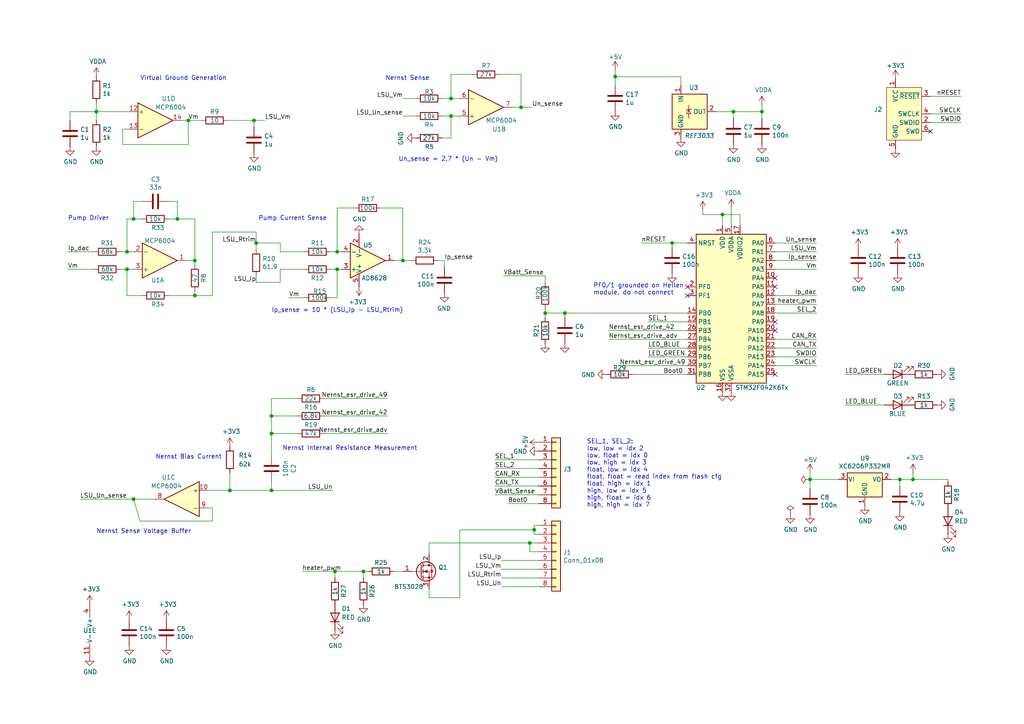
<source format=kicad_sch>
(kicad_sch (version 20211123) (generator eeschema)
  (paper "A4")
  (lib_symbols
    (symbol "Amplifier_Operational:AD8603" (pin_names (offset 0.127))
      (property "Reference" "U" (at 0 5.08 0))
      (property "Value" "AD8603" (at 0 -5.08 0))
      (symbol "AD8603_0_1"
        (pin power_in line (at -2.54 -7.62 90) (length 3.81) (name "V-") (number "2"))
        (pin power_in line (at -2.54 7.62 270) (length 3.81) (name "V+") (number "5"))
      )
      (symbol "AD8603_1_1"
        (pin output line (at 7.62 0 180) (length 2.54) (name "~") (number "1"))
        (pin input line (at -7.62 2.54 0) (length 2.54) (name "+") (number "3"))
        (pin input line (at -7.62 -2.54 0) (length 2.54) (name "-") (number "4"))
      )
    )
    (symbol "Amplifier_Operational:MCP6004" (pin_names (offset 0.127))
      (property "Reference" "U" (at 0 5.08 0))
      (property "Value" "MCP6004" (at 0 -5.08 0))
      (symbol "MCP6004_1_1"
        (pin output line (at 7.62 0 180) (length 2.54) (name "~") (number "1"))
        (pin input line (at -7.62 -2.54 0) (length 2.54) (name "-") (number "2"))
        (pin input line (at -7.62 2.54 0) (length 2.54) (name "+") (number "3"))
      )
      (symbol "MCP6004_2_1"
        (pin input line (at -7.62 2.54 0) (length 2.54) (name "+") (number "5"))
        (pin input line (at -7.62 -2.54 0) (length 2.54) (name "-") (number "6"))
        (pin output line (at 7.62 0 180) (length 2.54) (name "~") (number "7"))
      )
      (symbol "MCP6004_3_1"
        (pin input line (at -7.62 2.54 0) (length 2.54) (name "+") (number "10"))
        (pin output line (at 7.62 0 180) (length 2.54) (name "~") (number "8"))
        (pin input line (at -7.62 -2.54 0) (length 2.54) (name "-") (number "9"))
      )
      (symbol "MCP6004_4_1"
        (pin input line (at -7.62 2.54 0) (length 2.54) (name "+") (number "12"))
        (pin input line (at -7.62 -2.54 0) (length 2.54) (name "-") (number "13"))
        (pin output line (at 7.62 0 180) (length 2.54) (name "~") (number "14"))
      )
      (symbol "MCP6004_5_1"
        (pin power_in line (at -2.54 -7.62 90) (length 3.81) (name "V-") (number "11"))
        (pin power_in line (at -2.54 7.62 270) (length 3.81) (name "V+") (number "4"))
      )
    )
    (symbol "Connector:Conn_ARM_SWD_TagConnect_TC2030" (in_bom no)
      (property "Reference" "J" (at 2.54 11.43 0))
      (property "Value" "Conn_ARM_SWD_TagConnect_TC2030" (at 5.08 8.89 0))
      (symbol "Conn_ARM_SWD_TagConnect_TC2030_0_0"
        (pin power_in line (at -2.54 10.16 270) (length 2.54) (name "VCC") (number "1"))
        (pin bidirectional line (at 7.62 -2.54 180) (length 2.54) (name "SWDIO") (number "2"))
        (pin open_collector line (at 7.62 5.08 180) (length 2.54) (name "~{RESET}") (number "3"))
        (pin output line (at 7.62 0 180) (length 2.54) (name "SWCLK") (number "4"))
        (pin power_in line (at -2.54 -10.16 90) (length 2.54) (name "GND") (number "5"))
        (pin input line (at 7.62 -5.08 180) (length 2.54) (name "SWO") (number "6"))
      )
    )
    (symbol "Connector_Generic:Conn_01x08" (pin_names (offset 1.016) hide)
      (property "Reference" "J" (at 0 10.16 0))
      (property "Value" "Conn_01x08" (at 0 -12.7 0))
      (symbol "Conn_01x08_1_1"
        (pin passive line (at -5.08 7.62 0) (length 3.81) (name "Pin_1") (number "1"))
        (pin passive line (at -5.08 5.08 0) (length 3.81) (name "Pin_2") (number "2"))
        (pin passive line (at -5.08 2.54 0) (length 3.81) (name "Pin_3") (number "3"))
        (pin passive line (at -5.08 0 0) (length 3.81) (name "Pin_4") (number "4"))
        (pin passive line (at -5.08 -2.54 0) (length 3.81) (name "Pin_5") (number "5"))
        (pin passive line (at -5.08 -5.08 0) (length 3.81) (name "Pin_6") (number "6"))
        (pin passive line (at -5.08 -7.62 0) (length 3.81) (name "Pin_7") (number "7"))
        (pin passive line (at -5.08 -10.16 0) (length 3.81) (name "Pin_8") (number "8"))
      )
    )
    (symbol "Device:C" (pin_numbers hide) (pin_names (offset 0.254))
      (property "Reference" "C" (at 0.635 2.54 0))
      (property "Value" "C" (at 0.635 -2.54 0))
      (symbol "C_1_1"
        (pin passive line (at 0 3.81 270) (length 2.794) (name "~") (number "1"))
        (pin passive line (at 0 -3.81 90) (length 2.794) (name "~") (number "2"))
      )
    )
    (symbol "Device:LED" (pin_numbers hide) (pin_names (offset 1.016) hide)
      (property "Reference" "D" (at 0 2.54 0))
      (property "Value" "LED" (at 0 -2.54 0))
      (symbol "LED_1_1"
        (pin passive line (at -3.81 0 0) (length 2.54) (name "K") (number "1"))
        (pin passive line (at 3.81 0 180) (length 2.54) (name "A") (number "2"))
      )
    )
    (symbol "Device:Q_NMOS_GDS" (pin_names (offset 0) hide)
      (property "Reference" "Q" (at 5.08 1.27 0))
      (property "Value" "Q_NMOS_GDS" (at 5.08 -1.27 0))
      (symbol "Q_NMOS_GDS_1_1"
        (pin input line (at -5.08 0 0) (length 2.54) (name "G") (number "1"))
        (pin passive line (at 2.54 5.08 270) (length 2.54) (name "D") (number "2"))
        (pin passive line (at 2.54 -5.08 90) (length 2.54) (name "S") (number "3"))
      )
    )
    (symbol "Device:R" (pin_numbers hide) (pin_names (offset 0))
      (property "Reference" "R" (at 2.032 0 90))
      (property "Value" "R" (at 0 0 90))
      (symbol "R_1_1"
        (pin passive line (at 0 3.81 270) (length 1.27) (name "~") (number "1"))
        (pin passive line (at 0 -3.81 90) (length 1.27) (name "~") (number "2"))
      )
    )
    (symbol "MCU_ST_STM32F0:STM32F042K6Tx"
      (property "Reference" "U" (at -10.16 21.59 0))
      (property "Value" "STM32F042K6Tx" (at 5.08 21.59 0))
      (symbol "STM32F042K6Tx_1_1"
        (pin power_in line (at -2.54 22.86 270) (length 2.54) (name "VDD") (number "1"))
        (pin bidirectional line (at 12.7 7.62 180) (length 2.54) (name "PA4") (number "10"))
        (pin bidirectional line (at 12.7 5.08 180) (length 2.54) (name "PA5") (number "11"))
        (pin bidirectional line (at 12.7 2.54 180) (length 2.54) (name "PA6") (number "12"))
        (pin bidirectional line (at 12.7 0 180) (length 2.54) (name "PA7") (number "13"))
        (pin bidirectional line (at -12.7 -2.54 0) (length 2.54) (name "PB0") (number "14"))
        (pin bidirectional line (at -12.7 -5.08 0) (length 2.54) (name "PB1") (number "15"))
        (pin power_in line (at -2.54 -25.4 90) (length 2.54) (name "VSS") (number "16"))
        (pin power_in line (at 2.54 22.86 270) (length 2.54) (name "VDDIO2") (number "17"))
        (pin bidirectional line (at 12.7 -2.54 180) (length 2.54) (name "PA8") (number "18"))
        (pin bidirectional line (at 12.7 -5.08 180) (length 2.54) (name "PA9") (number "19"))
        (pin input line (at -12.7 5.08 0) (length 2.54) (name "PF0") (number "2"))
        (pin bidirectional line (at 12.7 -7.62 180) (length 2.54) (name "PA10") (number "20"))
        (pin bidirectional line (at 12.7 -10.16 180) (length 2.54) (name "PA11") (number "21"))
        (pin bidirectional line (at 12.7 -12.7 180) (length 2.54) (name "PA12") (number "22"))
        (pin bidirectional line (at 12.7 -15.24 180) (length 2.54) (name "PA13") (number "23"))
        (pin bidirectional line (at 12.7 -17.78 180) (length 2.54) (name "PA14") (number "24"))
        (pin bidirectional line (at 12.7 -20.32 180) (length 2.54) (name "PA15") (number "25"))
        (pin bidirectional line (at -12.7 -7.62 0) (length 2.54) (name "PB3") (number "26"))
        (pin bidirectional line (at -12.7 -10.16 0) (length 2.54) (name "PB4") (number "27"))
        (pin bidirectional line (at -12.7 -12.7 0) (length 2.54) (name "PB5") (number "28"))
        (pin bidirectional line (at -12.7 -15.24 0) (length 2.54) (name "PB6") (number "29"))
        (pin input line (at -12.7 2.54 0) (length 2.54) (name "PF1") (number "3"))
        (pin bidirectional line (at -12.7 -17.78 0) (length 2.54) (name "PB7") (number "30"))
        (pin bidirectional line (at -12.7 -20.32 0) (length 2.54) (name "PB8") (number "31"))
        (pin power_in line (at 0 -25.4 90) (length 2.54) (name "VSSA") (number "32"))
        (pin input line (at -12.7 17.78 0) (length 2.54) (name "NRST") (number "4"))
        (pin power_in line (at 0 22.86 270) (length 2.54) (name "VDDA") (number "5"))
        (pin bidirectional line (at 12.7 17.78 180) (length 2.54) (name "PA0") (number "6"))
        (pin bidirectional line (at 12.7 15.24 180) (length 2.54) (name "PA1") (number "7"))
        (pin bidirectional line (at 12.7 12.7 180) (length 2.54) (name "PA2") (number "8"))
        (pin bidirectional line (at 12.7 10.16 180) (length 2.54) (name "PA3") (number "9"))
      )
    )
    (symbol "Reference_Voltage:REF3033" (pin_names (offset 0.254))
      (property "Reference" "U" (at 0 6.35 0))
      (property "Value" "REF3033" (at 2.54 -6.35 0))
      (symbol "REF3033_1_1"
        (pin power_in line (at -2.54 7.62 270) (length 2.54) (name "IN") (number "1"))
        (pin power_out line (at 7.62 0 180) (length 2.54) (name "OUT") (number "2"))
        (pin power_in line (at -2.54 -7.62 90) (length 2.54) (name "GND") (number "3"))
      )
    )
    (symbol "Regulator_Linear:XC6206PxxxMR" (pin_names (offset 0.254))
      (property "Reference" "U" (at -3.81 3.175 0))
      (property "Value" "XC6206PxxxMR" (at 0 3.175 0))
      (symbol "XC6206PxxxMR_1_1"
        (pin power_in line (at 0 -7.62 90) (length 2.54) (name "GND") (number "1"))
        (pin power_out line (at 7.62 0 180) (length 2.54) (name "VO") (number "2"))
        (pin power_in line (at -7.62 0 0) (length 2.54) (name "VI") (number "3"))
      )
    )
    (symbol "power:+5V" (power) (pin_names (offset 0))
      (property "Value" "+5V" (at 0 3.556 0))
      (symbol "+5V_1_1"
        (pin power_in line (at 0 0 90) (length 0) hide (name "+5V") (number "1"))
      )
    )
    (symbol "power:GND" (power) (pin_names (offset 0))
      (property "Value" "GND" (at 0 -3.81 0))
      (symbol "GND_1_1"
        (pin power_in line (at 0 0 270) (length 0) hide (name "GND") (number "1"))
      )
    )
    (symbol "power:PWR_FLAG" (power) (pin_numbers hide) (pin_names (offset 0) hide)
      (property "Value" "PWR_FLAG" (at 0 3.81 0))
      (symbol "PWR_FLAG_0_0"
        (pin power_out line (at 0 0 90) (length 0) (name "pwr") (number "1"))
      )
    )
    (symbol "power:VDDA" (power) (pin_names (offset 0))
      (property "Value" "VDDA" (at 0 3.81 0))
      (symbol "VDDA_1_1"
        (pin power_in line (at 0 0 90) (length 0) hide (name "VDDA") (number "1"))
      )
    )
    (symbol "wideband_controller-rescue:+3.3V-power" (power) (pin_names (offset 0))
      (property "Value" "+3.3V-power" (at 0 3.556 0))
      (symbol "+3.3V-power_1_1"
        (pin power_in line (at 0 0 90) (length 0) hide (name "+3V3") (number "1"))
      )
    )
  )
  (junction (at 54.61 34.925))
  (junction (at 154.94 153.67))
  (junction (at 66.675 142.24))
  (junction (at 56.515 85.725))
  (junction (at 194.945 70.485))
  (junction (at 260.985 139.065))
  (junction (at 38.735 63.5))
  (junction (at 178.435 22.225))
  (junction (at 130.81 28.575))
  (junction (at 73.66 34.925))
  (junction (at 151.13 31.115))
  (junction (at 264.795 139.065))
  (junction (at 38.735 144.78))
  (junction (at 78.74 142.24))
  (junction (at 74.295 70.485))
  (junction (at 212.725 32.385))
  (junction (at 116.84 75.565))
  (junction (at 56.515 75.565))
  (junction (at 130.81 33.655))
  (junction (at 36.83 78.105))
  (junction (at 163.83 90.805))
  (junction (at 220.98 32.385))
  (junction (at 153.67 157.48))
  (junction (at 105.41 165.735))
  (junction (at 234.95 139.065))
  (junction (at 36.83 73.025))
  (junction (at 97.79 73.025))
  (junction (at 78.74 125.73))
  (junction (at 51.435 63.5))
  (junction (at 97.155 165.735))
  (junction (at 27.94 32.385))
  (junction (at 209.55 62.23))
  (junction (at 158.115 90.805))
  (junction (at 97.79 78.105))
  (junction (at 78.74 120.65))
  (no_connect (at 224.79 93.345))
  (no_connect (at 224.79 83.185))
  (no_connect (at 224.79 80.645))
  (no_connect (at 199.39 85.725))
  (no_connect (at 269.875 38.1))
  (no_connect (at 199.39 83.185))
  (no_connect (at 224.79 108.585))
  (no_connect (at 224.79 95.885))
  (wire (pts (xy 245.11 108.585) (xy 256.54 108.585)))
  (wire (pts (xy 128.905 75.565) (xy 127 75.565)))
  (wire (pts (xy 34.925 78.105) (xy 36.83 78.105)))
  (wire (pts (xy 179.705 106.045) (xy 199.39 106.045)))
  (wire (pts (xy 61.595 147.32) (xy 60.325 147.32)))
  (wire (pts (xy 264.795 139.065) (xy 274.955 139.065)))
  (wire (pts (xy 146.05 80.01) (xy 158.115 80.01)))
  (wire (pts (xy 116.84 33.655) (xy 120.65 33.655)))
  (wire (pts (xy 78.74 120.65) (xy 86.36 120.65)))
  (wire (pts (xy 116.84 165.735) (xy 114.3 165.735)))
  (wire (pts (xy 176.53 98.425) (xy 199.39 98.425)))
  (wire (pts (xy 37.465 37.465) (xy 35.56 37.465)))
  (wire (pts (xy 19.685 78.105) (xy 27.305 78.105)))
  (wire (pts (xy 95.885 73.025) (xy 97.79 73.025)))
  (wire (pts (xy 224.79 70.485) (xy 236.855 70.485)))
  (wire (pts (xy 110.49 60.325) (xy 116.84 60.325)))
  (wire (pts (xy 163.83 90.805) (xy 199.39 90.805)))
  (wire (pts (xy 178.435 22.225) (xy 178.435 20.32)))
  (wire (pts (xy 66.675 142.24) (xy 78.74 142.24)))
  (wire (pts (xy 130.81 40.005) (xy 130.81 33.655)))
  (wire (pts (xy 144.78 21.59) (xy 151.13 21.59)))
  (wire (pts (xy 38.735 144.78) (xy 40.64 151.13)))
  (wire (pts (xy 78.74 142.24) (xy 78.74 139.7)))
  (wire (pts (xy 97.155 167.64) (xy 97.155 165.735)))
  (wire (pts (xy 154.305 31.115) (xy 151.13 31.115)))
  (wire (pts (xy 81.28 81.915) (xy 74.295 81.915)))
  (wire (pts (xy 35.56 41.91) (xy 54.61 41.91)))
  (wire (pts (xy 158.115 90.805) (xy 158.115 92.075)))
  (wire (pts (xy 54.61 41.91) (xy 54.61 34.925)))
  (wire (pts (xy 61.595 67.31) (xy 74.295 67.31)))
  (wire (pts (xy 156.21 162.56) (xy 145.415 162.56)))
  (wire (pts (xy 224.79 103.505) (xy 236.855 103.505)))
  (wire (pts (xy 236.855 98.425) (xy 224.79 98.425)))
  (wire (pts (xy 124.46 157.48) (xy 153.67 157.48)))
  (wire (pts (xy 199.39 93.345) (xy 187.96 93.345)))
  (wire (pts (xy 27.94 32.385) (xy 37.465 32.385)))
  (wire (pts (xy 36.83 73.025) (xy 38.735 73.025)))
  (wire (pts (xy 38.735 144.78) (xy 45.085 144.78)))
  (wire (pts (xy 97.79 60.325) (xy 97.79 73.025)))
  (wire (pts (xy 243.205 139.065) (xy 234.95 139.065)))
  (wire (pts (xy 130.81 33.655) (xy 133.35 33.655)))
  (wire (pts (xy 236.855 78.105) (xy 224.79 78.105)))
  (wire (pts (xy 154.94 152.4) (xy 156.21 152.4)))
  (wire (pts (xy 112.395 125.73) (xy 93.98 125.73)))
  (wire (pts (xy 74.295 67.31) (xy 74.295 70.485)))
  (wire (pts (xy 197.485 22.225) (xy 178.435 22.225)))
  (wire (pts (xy 95.885 86.36) (xy 97.79 86.36)))
  (wire (pts (xy 78.74 120.65) (xy 78.74 125.73)))
  (wire (pts (xy 124.46 160.655) (xy 124.46 157.48)))
  (wire (pts (xy 19.685 73.025) (xy 27.305 73.025)))
  (wire (pts (xy 236.855 88.265) (xy 224.79 88.265)))
  (wire (pts (xy 97.79 73.025) (xy 99.06 73.025)))
  (wire (pts (xy 274.955 139.065) (xy 274.955 139.7)))
  (wire (pts (xy 183.515 108.585) (xy 199.39 108.585)))
  (wire (pts (xy 35.56 37.465) (xy 35.56 41.91)))
  (wire (pts (xy 214.63 62.23) (xy 214.63 65.405)))
  (wire (pts (xy 234.95 137.16) (xy 234.95 139.065)))
  (wire (pts (xy 156.21 167.64) (xy 145.415 167.64)))
  (wire (pts (xy 187.96 103.505) (xy 199.39 103.505)))
  (wire (pts (xy 87.63 165.735) (xy 97.155 165.735)))
  (wire (pts (xy 48.895 63.5) (xy 51.435 63.5)))
  (wire (pts (xy 78.74 115.57) (xy 86.36 115.57)))
  (wire (pts (xy 234.95 139.065) (xy 234.95 141.605)))
  (wire (pts (xy 264.795 137.16) (xy 264.795 139.065)))
  (wire (pts (xy 278.765 33.02) (xy 269.875 33.02)))
  (wire (pts (xy 74.295 70.485) (xy 81.28 70.485)))
  (wire (pts (xy 224.79 100.965) (xy 236.855 100.965)))
  (wire (pts (xy 56.515 75.565) (xy 53.975 75.565)))
  (wire (pts (xy 207.645 32.385) (xy 212.725 32.385)))
  (wire (pts (xy 97.155 165.735) (xy 105.41 165.735)))
  (wire (pts (xy 158.115 89.535) (xy 158.115 90.805)))
  (wire (pts (xy 130.81 40.005) (xy 128.27 40.005)))
  (wire (pts (xy 209.55 62.23) (xy 214.63 62.23)))
  (wire (pts (xy 60.325 142.24) (xy 66.675 142.24)))
  (wire (pts (xy 66.675 137.16) (xy 66.675 142.24)))
  (wire (pts (xy 197.485 24.765) (xy 197.485 22.225)))
  (wire (pts (xy 158.115 80.01) (xy 158.115 81.915)))
  (wire (pts (xy 236.855 73.025) (xy 224.79 73.025)))
  (wire (pts (xy 76.835 34.925) (xy 73.66 34.925)))
  (wire (pts (xy 203.835 62.23) (xy 209.55 62.23)))
  (wire (pts (xy 245.11 117.475) (xy 256.54 117.475)))
  (wire (pts (xy 145.415 170.18) (xy 156.21 170.18)))
  (wire (pts (xy 81.28 73.025) (xy 88.265 73.025)))
  (wire (pts (xy 48.895 85.725) (xy 56.515 85.725)))
  (wire (pts (xy 20.32 32.385) (xy 27.94 32.385)))
  (wire (pts (xy 105.41 165.735) (xy 105.41 167.64)))
  (wire (pts (xy 83.82 86.36) (xy 88.265 86.36)))
  (wire (pts (xy 133.35 28.575) (xy 130.81 28.575)))
  (wire (pts (xy 95.885 78.105) (xy 97.79 78.105)))
  (wire (pts (xy 130.81 28.575) (xy 128.27 28.575)))
  (wire (pts (xy 73.66 36.83) (xy 73.66 34.925)))
  (wire (pts (xy 48.895 58.42) (xy 51.435 58.42)))
  (wire (pts (xy 212.725 32.385) (xy 220.98 32.385)))
  (wire (pts (xy 74.295 80.01) (xy 74.295 81.915)))
  (wire (pts (xy 143.51 133.35) (xy 156.21 133.35)))
  (wire (pts (xy 194.945 71.755) (xy 194.945 70.485)))
  (wire (pts (xy 97.79 78.105) (xy 99.06 78.105)))
  (wire (pts (xy 81.28 78.105) (xy 81.28 81.915)))
  (wire (pts (xy 220.98 30.48) (xy 220.98 32.385)))
  (wire (pts (xy 27.94 29.845) (xy 27.94 32.385)))
  (wire (pts (xy 106.68 165.735) (xy 105.41 165.735)))
  (wire (pts (xy 212.725 32.385) (xy 212.725 34.29)))
  (wire (pts (xy 269.875 35.56) (xy 278.765 35.56)))
  (wire (pts (xy 41.275 58.42) (xy 38.735 58.42)))
  (wire (pts (xy 154.94 153.67) (xy 154.94 154.94)))
  (wire (pts (xy 116.84 28.575) (xy 120.65 28.575)))
  (wire (pts (xy 143.51 138.43) (xy 156.21 138.43)))
  (wire (pts (xy 56.515 85.725) (xy 61.595 85.725)))
  (wire (pts (xy 130.81 21.59) (xy 137.16 21.59)))
  (wire (pts (xy 56.515 63.5) (xy 56.515 75.565)))
  (wire (pts (xy 54.61 34.925) (xy 52.705 34.925)))
  (wire (pts (xy 36.83 63.5) (xy 36.83 73.025)))
  (wire (pts (xy 147.32 146.05) (xy 156.21 146.05)))
  (wire (pts (xy 128.27 33.655) (xy 130.81 33.655)))
  (wire (pts (xy 36.83 78.105) (xy 38.735 78.105)))
  (wire (pts (xy 36.83 85.725) (xy 36.83 78.105)))
  (wire (pts (xy 38.735 63.5) (xy 41.275 63.5)))
  (wire (pts (xy 154.94 154.94) (xy 156.21 154.94)))
  (wire (pts (xy 116.84 75.565) (xy 119.38 75.565)))
  (wire (pts (xy 133.35 153.67) (xy 154.94 153.67)))
  (wire (pts (xy 78.74 115.57) (xy 78.74 120.65)))
  (wire (pts (xy 78.74 125.73) (xy 78.74 132.08)))
  (wire (pts (xy 40.64 151.13) (xy 61.595 151.13)))
  (wire (pts (xy 97.79 78.105) (xy 97.79 86.36)))
  (wire (pts (xy 236.855 85.725) (xy 224.79 85.725)))
  (wire (pts (xy 78.74 125.73) (xy 86.36 125.73)))
  (wire (pts (xy 224.79 90.805) (xy 236.855 90.805)))
  (wire (pts (xy 133.35 173.355) (xy 133.35 153.67)))
  (wire (pts (xy 151.13 21.59) (xy 151.13 31.115)))
  (wire (pts (xy 74.295 72.39) (xy 74.295 70.485)))
  (wire (pts (xy 209.55 65.405) (xy 209.55 62.23)))
  (wire (pts (xy 116.84 75.565) (xy 114.3 75.565)))
  (wire (pts (xy 220.98 32.385) (xy 220.98 34.29)))
  (wire (pts (xy 163.83 92.075) (xy 163.83 90.805)))
  (wire (pts (xy 203.835 62.23) (xy 203.835 60.96)))
  (wire (pts (xy 78.74 142.24) (xy 96.52 142.24)))
  (wire (pts (xy 260.985 139.065) (xy 258.445 139.065)))
  (wire (pts (xy 36.83 63.5) (xy 38.735 63.5)))
  (wire (pts (xy 124.46 170.815) (xy 124.46 173.355)))
  (wire (pts (xy 143.51 143.51) (xy 156.21 143.51)))
  (wire (pts (xy 260.985 140.97) (xy 260.985 139.065)))
  (wire (pts (xy 156.21 140.97) (xy 143.51 140.97)))
  (wire (pts (xy 116.84 60.325) (xy 116.84 75.565)))
  (wire (pts (xy 158.115 90.805) (xy 163.83 90.805)))
  (wire (pts (xy 102.87 60.325) (xy 97.79 60.325)))
  (wire (pts (xy 27.94 32.385) (xy 27.94 34.925)))
  (wire (pts (xy 34.925 73.025) (xy 36.83 73.025)))
  (wire (pts (xy 153.67 157.48) (xy 153.67 160.02)))
  (wire (pts (xy 51.435 63.5) (xy 56.515 63.5)))
  (wire (pts (xy 236.855 106.045) (xy 224.79 106.045)))
  (wire (pts (xy 278.765 27.94) (xy 269.875 27.94)))
  (wire (pts (xy 73.66 34.925) (xy 66.04 34.925)))
  (wire (pts (xy 212.09 65.405) (xy 212.09 60.325)))
  (wire (pts (xy 51.435 58.42) (xy 51.435 63.5)))
  (wire (pts (xy 153.67 157.48) (xy 156.21 157.48)))
  (wire (pts (xy 178.435 24.765) (xy 178.435 22.225)))
  (wire (pts (xy 224.79 75.565) (xy 236.855 75.565)))
  (wire (pts (xy 194.945 70.485) (xy 186.055 70.485)))
  (wire (pts (xy 41.275 85.725) (xy 36.83 85.725)))
  (wire (pts (xy 143.51 135.89) (xy 156.21 135.89)))
  (wire (pts (xy 112.395 120.65) (xy 93.98 120.65)))
  (wire (pts (xy 88.265 78.105) (xy 81.28 78.105)))
  (wire (pts (xy 23.495 144.78) (xy 38.735 144.78)))
  (wire (pts (xy 176.53 95.885) (xy 199.39 95.885)))
  (wire (pts (xy 130.81 28.575) (xy 130.81 21.59)))
  (wire (pts (xy 58.42 34.925) (xy 54.61 34.925)))
  (wire (pts (xy 199.39 70.485) (xy 194.945 70.485)))
  (wire (pts (xy 20.32 34.925) (xy 20.32 32.385)))
  (wire (pts (xy 124.46 173.355) (xy 133.35 173.355)))
  (wire (pts (xy 81.28 70.485) (xy 81.28 73.025)))
  (wire (pts (xy 154.94 153.67) (xy 154.94 152.4)))
  (wire (pts (xy 61.595 151.13) (xy 61.595 147.32)))
  (wire (pts (xy 38.735 58.42) (xy 38.735 63.5)))
  (wire (pts (xy 187.96 100.965) (xy 199.39 100.965)))
  (wire (pts (xy 151.13 31.115) (xy 148.59 31.115)))
  (wire (pts (xy 112.395 115.57) (xy 93.98 115.57)))
  (wire (pts (xy 264.795 139.065) (xy 260.985 139.065)))
  (wire (pts (xy 153.67 160.02) (xy 156.21 160.02)))
  (wire (pts (xy 61.595 85.725) (xy 61.595 67.31)))
  (wire (pts (xy 56.515 76.835) (xy 56.515 75.565)))
  (wire (pts (xy 56.515 85.725) (xy 56.515 84.455)))
  (wire (pts (xy 145.415 165.1) (xy 156.21 165.1)))
  (wire (pts (xy 128.905 77.47) (xy 128.905 75.565)))
  (text "Un_sense = 2.7 * (Un - Vm)" (at 115.57 46.99 0) (effects (font (size 1.27 1.27)) (justify left bottom)))
  (text "Nernst Internal Resistance Measurement" (at 81.915 130.81 0) (effects (font (size 1.27 1.27)) (justify left bottom)))
  (text "Pump Driver" (at 19.685 64.135 0) (effects (font (size 1.27 1.27)) (justify left bottom)))
  (text "Nernst Sense Voltage Buffer" (at 27.94 154.94 0) (effects (font (size 1.27 1.27)) (justify left bottom)))
  (text "PF0/1 grounded on Hellen\nmodule, do not connect" (at 172.085 85.725 0) (effects (font (size 1.27 1.27)) (justify left bottom)))
  (text "Nernst Bias Current" (at 45.085 133.35 0) (effects (font (size 1.27 1.27)) (justify left bottom)))
  (text "Ip_sense = 10 * (LSU_Ip - LSU_Rtrim)" (at 78.74 90.805 0) (effects (font (size 1.27 1.27)) (justify left bottom)))
  (text "Virtual Ground Generation" (at 40.64 23.495 0) (effects (font (size 1.27 1.27)) (justify left bottom)))
  (text "Nernst Sense" (at 111.76 23.495 0) (effects (font (size 1.27 1.27)) (justify left bottom)))
  (text "Pump Current Sense" (at 74.93 64.135 0) (effects (font (size 1.27 1.27)) (justify left bottom)))
  (text "SEL_1, SEL_2:\nlow, low = idx 2\nlow, float = idx 0\nlow, high = idx 3\nfloat, low = idx 4\nfloat, float = read index from flash cfg\nfloat, high = idx 1\nhigh, low = idx 5\nhigh, float = idx 6\nhigh, high = idx 7\n" (at 170.18 147.32 0) (effects (font (size 1.27 1.27)) (justify left bottom)))
  (label "Ip_dac" (at 19.685 73.025 0))
  (label "LED_GREEN" (at 245.11 108.585 0))
  (label "LSU_Ip" (at 145.415 162.56 180))
  (label "Ip_dac" (at 236.855 85.725 180))
  (label "LSU_Vm" (at 116.84 28.575 180))
  (label "CAN_RX" (at 143.51 138.43 0))
  (label "Un_sense" (at 154.305 31.115 0))
  (label "SEL_1" (at 143.51 133.35 0))
  (label "VBatt_Sense" (at 143.51 143.51 0))
  (label "Un_sense" (at 236.855 70.485 180))
  (label "Boot0" (at 192.405 108.585 0))
  (label "LSU_Rtrim" (at 74.295 70.485 180))
  (label "Vm" (at 236.855 78.105 180))
  (label "LSU_Un_sense" (at 116.84 33.655 180))
  (label "LSU_Vm" (at 145.415 165.1 180))
  (label "LED_BLUE" (at 187.96 100.965 0))
  (label "SEL_2" (at 143.51 135.89 0))
  (label "CAN_TX" (at 143.51 140.97 0))
  (label "heater_pwm" (at 87.63 165.735 0))
  (label "SWCLK" (at 236.855 106.045 180))
  (label "LED_GREEN" (at 187.96 103.505 0))
  (label "SWDIO" (at 236.855 103.505 180))
  (label "Boot0" (at 147.32 146.05 0))
  (label "LSU_Vm" (at 76.835 34.925 0))
  (label "SEL_1" (at 187.96 93.345 0))
  (label "Vm" (at 54.61 34.925 0))
  (label "Nernst_esr_drive_49" (at 179.705 106.045 0))
  (label "LSU_Un" (at 145.415 170.18 180))
  (label "Nernst_esr_drive_adv" (at 176.53 98.425 0))
  (label "Nernst_esr_drive_42" (at 112.395 120.65 180))
  (label "Nernst_esr_drive_49" (at 112.395 115.57 180))
  (label "CAN_RX" (at 236.855 98.425 180))
  (label "VBatt_Sense" (at 146.05 80.01 0))
  (label "Vm" (at 19.685 78.105 0))
  (label "SWCLK" (at 278.765 33.02 180))
  (label "nRESET" (at 278.765 27.94 180))
  (label "SEL_2" (at 236.855 90.805 180))
  (label "LED_BLUE" (at 245.11 117.475 0))
  (label "Nernst_esr_drive_adv" (at 112.395 125.73 180))
  (label "LSU_Un_sense" (at 36.83 144.78 180))
  (label "nRESET" (at 186.055 70.485 0))
  (label "LSU_Rtrim" (at 145.415 167.64 180))
  (label "LSU_Un" (at 96.52 142.24 180))
  (label "Ip_sense" (at 128.905 75.565 0))
  (label "LSU_Ip" (at 74.295 81.915 180))
  (label "Nernst_esr_drive_42" (at 176.53 95.885 0))
  (label "SWDIO" (at 278.765 35.56 180))
  (label "heater_pwm" (at 236.855 88.265 180))
  (label "Ip_sense" (at 236.855 75.565 180))
  (label "CAN_TX" (at 236.855 100.965 180))
  (label "LSU_Vm" (at 236.855 73.025 180))
  (label "Vm" (at 83.82 86.36 0))
  (symbol (lib_id "Device:R") (at 124.46 33.655 90) (unit 1)
    (property "Reference" "R4" (at 124.46 36.195 90))
    (property "Value" "10k" (at 124.46 33.655 90))
    (property "Footprint" "Resistor_SMD:R_0402_1005Metric" (effects hide))
    (property "LCSC" "C25744" (effects hide))
  )
  (symbol (lib_id "Device:R") (at 124.46 28.575 90) (unit 1)
    (property "Reference" "R3" (at 124.46 26.67 90))
    (property "Value" "10k" (at 124.46 28.575 90))
    (property "Footprint" "Resistor_SMD:R_0402_1005Metric" (effects hide))
    (property "LCSC" "C25744" (effects hide))
  )
  (symbol (lib_id "Device:R") (at 140.97 21.59 90) (unit 1)
    (property "Reference" "R7" (at 140.97 19.05 90))
    (property "Value" "27k" (at 140.97 21.59 90))
    (property "Footprint" "Resistor_SMD:R_0402_1005Metric" (effects hide))
    (property "LCSC" "C25771" (effects hide))
  )
  (symbol (lib_id "Device:R") (at 124.46 40.005 270) (unit 1)
    (property "Reference" "R5" (at 123.19 42.545 90) (effects (justify left)))
    (property "Value" "27k" (at 122.555 40.005 90) (effects (justify left)))
    (property "Footprint" "Resistor_SMD:R_0402_1005Metric" (effects hide))
    (property "LCSC" "C25771" (effects hide))
  )
  (symbol (lib_id "power:GND") (at 120.65 40.005 270) (unit 1)
    (property "Reference" "#PWR04" (effects hide))
    (property "Value" "GND" (at 116.2558 40.132 0))
  )
  (symbol (lib_id "Device:R") (at 74.295 76.2 0) (unit 1)
    (property "Reference" "R10" (at 76.073 75.0316 0) (effects (justify left)))
    (property "Value" "61.9" (at 76.073 77.343 0) (effects (justify left)))
    (property "Footprint" "Resistor_SMD:R_0603_1608Metric" (effects hide))
    (property "LCSC" "C23092" (effects hide))
  )
  (symbol (lib_id "Device:R") (at 27.94 26.035 0) (unit 1)
    (property "Reference" "R1" (at 29.718 24.8666 0) (effects (justify left)))
    (property "Value" "1k" (at 29.718 27.178 0) (effects (justify left)))
    (property "Footprint" "Resistor_SMD:R_0402_1005Metric" (effects hide))
    (property "LCSC" "C11702" (effects hide))
  )
  (symbol (lib_id "Device:R") (at 27.94 38.735 0) (unit 1)
    (property "Reference" "R2" (at 29.718 37.5666 0) (effects (justify left)))
    (property "Value" "1k" (at 29.718 39.878 0) (effects (justify left)))
    (property "Footprint" "Resistor_SMD:R_0402_1005Metric" (effects hide))
    (property "LCSC" "C11702" (effects hide))
  )
  (symbol (lib_id "power:GND") (at 27.94 42.545 0) (unit 1)
    (property "Reference" "#PWR03" (effects hide))
    (property "Value" "GND" (at 28.067 46.9392 0))
  )
  (symbol (lib_id "Device:C") (at 20.32 38.735 0) (unit 1)
    (property "Reference" "C1" (at 23.241 37.5666 0) (effects (justify left)))
    (property "Value" "1u" (at 23.241 39.878 0) (effects (justify left)))
    (property "Footprint" "Capacitor_SMD:C_0402_1005Metric" (effects hide))
    (property "LCSC" "C52923" (effects hide))
  )
  (symbol (lib_id "power:GND") (at 20.32 42.545 0) (unit 1)
    (property "Reference" "#PWR01" (effects hide))
    (property "Value" "GND" (at 20.447 46.9392 0))
  )
  (symbol (lib_id "Device:C") (at 78.74 135.89 180) (unit 1)
    (property "Reference" "C2" (at 85.1408 135.89 90))
    (property "Value" "100n" (at 82.8294 135.89 90))
    (property "Footprint" "Capacitor_SMD:C_0402_1005Metric" (effects hide))
    (property "LCSC" "C1525" (effects hide))
  )
  (symbol (lib_id "Device:R") (at 90.17 115.57 90) (unit 1)
    (property "Reference" "R6" (at 90.17 113.03 90))
    (property "Value" "22k" (at 90.17 115.57 90))
    (property "Footprint" "Resistor_SMD:R_0402_1005Metric" (effects hide))
    (property "LCSC" "C25768" (effects hide))
  )
  (symbol (lib_id "Device:R") (at 92.075 73.025 270) (unit 1)
    (property "Reference" "R11" (at 92.075 70.485 90))
    (property "Value" "10k" (at 92.075 73.025 90))
    (property "Footprint" "Resistor_SMD:R_0402_1005Metric" (effects hide))
    (property "LCSC" "C25744" (effects hide))
  )
  (symbol (lib_id "Device:R") (at 92.075 78.105 270) (unit 1)
    (property "Reference" "R12" (at 92.075 80.645 90))
    (property "Value" "10k" (at 92.075 78.105 90))
    (property "Footprint" "Resistor_SMD:R_0402_1005Metric" (effects hide))
    (property "LCSC" "C25744" (effects hide))
  )
  (symbol (lib_id "Device:R") (at 92.075 86.36 270) (unit 1)
    (property "Reference" "R15" (at 90.805 84.455 90) (effects (justify left)))
    (property "Value" "100k" (at 90.17 86.36 90) (effects (justify left)))
    (property "Footprint" "Resistor_SMD:R_0402_1005Metric" (effects hide))
    (property "LCSC" "C25741" (effects hide))
  )
  (symbol (lib_id "Device:R") (at 62.23 34.925 270) (unit 1)
    (property "Reference" "R9" (at 62.23 32.385 90))
    (property "Value" "10" (at 62.23 34.925 90))
    (property "Footprint" "Resistor_SMD:R_0402_1005Metric" (effects hide))
    (property "LCSC" "C25077" (effects hide))
  )
  (symbol (lib_id "Device:R") (at 106.68 60.325 270) (unit 1)
    (property "Reference" "R17" (at 106.68 57.785 90))
    (property "Value" "100k" (at 106.68 60.325 90))
    (property "Footprint" "Resistor_SMD:R_0402_1005Metric" (effects hide))
    (property "LCSC" "C25741" (effects hide))
  )
  (symbol (lib_id "Device:R") (at 56.515 80.645 180) (unit 1)
    (property "Reference" "R8" (at 59.055 80.645 90))
    (property "Value" "47" (at 56.515 80.645 90))
    (property "Footprint" "Resistor_SMD:R_0402_1005Metric" (effects hide))
    (property "LCSC" "C25118" (effects hide))
  )
  (symbol (lib_id "Device:C") (at 73.66 40.64 0) (unit 1)
    (property "Reference" "C4" (at 76.581 39.4716 0) (effects (justify left)))
    (property "Value" "1u" (at 76.581 41.783 0) (effects (justify left)))
    (property "Footprint" "Capacitor_SMD:C_0402_1005Metric" (effects hide))
    (property "LCSC" "C52923" (effects hide))
  )
  (symbol (lib_id "power:GND") (at 73.66 44.45 0) (unit 1)
    (property "Reference" "#PWR08" (effects hide))
    (property "Value" "GND" (at 73.787 48.8442 0))
  )
  (symbol (lib_id "Device:C") (at 234.95 145.415 0) (unit 1)
    (property "Reference" "C8" (at 237.871 144.2466 0) (effects (justify left)))
    (property "Value" "100n" (at 237.871 146.558 0) (effects (justify left)))
    (property "Footprint" "Capacitor_SMD:C_0402_1005Metric" (effects hide))
    (property "LCSC" "C1525" (effects hide))
  )
  (symbol (lib_id "power:GND") (at 234.95 149.225 0) (unit 1)
    (property "Reference" "#PWR024" (effects hide))
    (property "Value" "GND" (at 235.077 153.6192 0))
  )
  (symbol (lib_id "power:+5V") (at 234.95 137.16 0) (unit 1)
    (property "Reference" "#PWR023" (effects hide))
    (property "Value" "+5V" (at 234.95 133.35 0))
  )
  (symbol (lib_id "Regulator_Linear:XC6206PxxxMR") (at 250.825 139.065 0) (unit 1)
    (property "Reference" "U9" (at 250.825 132.9182 0))
    (property "Value" "XC6206P332MR" (at 250.825 135.2296 0))
    (property "Footprint" "Package_TO_SOT_SMD:SOT-23" (effects hide))
    (property "Datasheet" "https://www.torexsemi.com/file/xc6206/XC6206.pdf" (effects hide))
    (property "LCSC" "C5446" (effects hide))
  )
  (symbol (lib_id "power:GND") (at 250.825 146.685 0) (unit 1)
    (property "Reference" "#PWR026" (effects hide))
    (property "Value" "GND" (at 250.952 151.0792 0))
  )
  (symbol (lib_id "Device:C") (at 260.985 144.78 0) (unit 1)
    (property "Reference" "C10" (at 263.906 143.6116 0) (effects (justify left)))
    (property "Value" "4.7u" (at 263.906 145.923 0) (effects (justify left)))
    (property "Footprint" "Capacitor_SMD:C_0603_1608Metric" (effects hide))
    (property "LCSC" "C19666" (effects hide))
  )
  (symbol (lib_id "power:GND") (at 260.985 148.59 0) (unit 1)
    (property "Reference" "#PWR027" (effects hide))
    (property "Value" "GND" (at 261.112 152.9842 0))
  )
  (symbol (lib_id "wideband_controller-rescue:+3.3V-power") (at 264.795 137.16 0) (unit 1)
    (property "Reference" "#PWR028" (effects hide))
    (property "Value" "+3.3V" (at 265.176 132.7658 0))
  )
  (symbol (lib_id "Device:R") (at 45.085 63.5 270) (unit 1)
    (property "Reference" "R33" (at 43.815 66.04 90) (effects (justify left)))
    (property "Value" "10k" (at 43.18 63.5 90) (effects (justify left)))
    (property "Footprint" "Resistor_SMD:R_0402_1005Metric" (effects hide))
    (property "LCSC" "C25744" (effects hide))
  )
  (symbol (lib_id "Device:R") (at 45.085 85.725 270) (unit 1)
    (property "Reference" "R34" (at 43.815 88.265 90) (effects (justify left)))
    (property "Value" "10k" (at 43.18 85.725 90) (effects (justify left)))
    (property "Footprint" "Resistor_SMD:R_0402_1005Metric" (effects hide))
    (property "LCSC" "C25744" (effects hide))
  )
  (symbol (lib_id "Device:R") (at 31.115 78.105 270) (unit 1)
    (property "Reference" "R32" (at 31.115 80.645 90))
    (property "Value" "68k" (at 31.115 78.105 90))
    (property "Footprint" "Resistor_SMD:R_0402_1005Metric" (effects hide))
    (property "LCSC" "C36871" (effects hide))
  )
  (symbol (lib_id "Device:R") (at 31.115 73.025 90) (unit 1)
    (property "Reference" "R31" (at 31.115 70.485 90))
    (property "Value" "68k" (at 31.115 73.025 90))
    (property "Footprint" "Resistor_SMD:R_0402_1005Metric" (effects hide))
    (property "LCSC" "C36871" (effects hide))
  )
  (symbol (lib_id "Amplifier_Operational:MCP6004") (at 140.97 31.115 0) (mirror x) (unit 2)
    (property "Reference" "U1" (at 144.78 37.465 0))
    (property "Value" "MCP6004" (at 145.415 34.925 0))
    (property "Footprint" "Package_SO:TSSOP-14_4.4x5mm_P0.65mm" (effects hide))
    (property "Datasheet" "http://ww1.microchip.com/downloads/en/DeviceDoc/21733j.pdf" (effects hide))
    (property "LCSC" "C50282" (effects hide))
  )
  (symbol (lib_id "Amplifier_Operational:MCP6004") (at 46.355 75.565 0) (mirror x) (unit 1)
    (property "Reference" "U1" (at 45.72 81.28 0))
    (property "Value" "MCP6004" (at 46.355 69.85 0))
    (property "Footprint" "Package_SO:TSSOP-14_4.4x5mm_P0.65mm" (effects hide))
    (property "Datasheet" "http://ww1.microchip.com/downloads/en/DeviceDoc/21733j.pdf" (effects hide))
    (property "LCSC" "C50282" (effects hide))
  )
  (symbol (lib_id "Amplifier_Operational:MCP6004") (at 52.705 144.78 0) (mirror y) (unit 3)
    (property "Reference" "U1" (at 48.895 138.43 0))
    (property "Value" "MCP6004" (at 48.26 140.97 0))
    (property "Footprint" "Package_SO:TSSOP-14_4.4x5mm_P0.65mm" (effects hide))
    (property "Datasheet" "http://ww1.microchip.com/downloads/en/DeviceDoc/21733j.pdf" (effects hide))
    (property "LCSC" "C50282" (effects hide))
  )
  (symbol (lib_id "Amplifier_Operational:MCP6004") (at 45.085 34.925 0) (unit 4)
    (property "Reference" "U1" (at 48.895 28.575 0))
    (property "Value" "MCP6004" (at 49.53 31.115 0))
    (property "Footprint" "Package_SO:TSSOP-14_4.4x5mm_P0.65mm" (effects hide))
    (property "Datasheet" "http://ww1.microchip.com/downloads/en/DeviceDoc/21733j.pdf" (effects hide))
    (property "LCSC" "C50282" (effects hide))
  )
  (symbol (lib_id "Device:C") (at 45.085 58.42 270) (unit 1)
    (property "Reference" "C3" (at 45.085 52.0192 90))
    (property "Value" "33n" (at 45.085 54.3306 90))
    (property "Footprint" "Capacitor_SMD:C_0402_1005Metric" (effects hide))
    (property "LCSC" "C1585" (effects hide))
  )
  (symbol (lib_id "wideband_controller-rescue:+3.3V-power") (at 203.835 60.96 0) (unit 1)
    (property "Reference" "#PWR020" (effects hide))
    (property "Value" "+3.3V" (at 204.216 56.5658 0))
  )
  (symbol (lib_id "Device:C") (at 212.725 38.1 0) (unit 1)
    (property "Reference" "C7" (at 215.646 36.9316 0) (effects (justify left)))
    (property "Value" "1u" (at 215.646 39.243 0) (effects (justify left)))
    (property "Footprint" "Capacitor_SMD:C_0402_1005Metric" (effects hide))
    (property "LCSC" "C52923" (effects hide))
  )
  (symbol (lib_id "Device:C") (at 220.98 38.1 0) (unit 1)
    (property "Reference" "C9" (at 223.901 36.9316 0) (effects (justify left)))
    (property "Value" "100n" (at 223.901 39.243 0) (effects (justify left)))
    (property "Footprint" "Capacitor_SMD:C_0402_1005Metric" (effects hide))
    (property "LCSC" "C1525" (effects hide))
  )
  (symbol (lib_id "power:GND") (at 212.725 41.91 0) (unit 1)
    (property "Reference" "#PWR022" (effects hide))
    (property "Value" "GND" (at 212.852 46.3042 0))
  )
  (symbol (lib_id "power:GND") (at 220.98 41.91 0) (unit 1)
    (property "Reference" "#PWR025" (effects hide))
    (property "Value" "GND" (at 221.107 46.3042 0))
  )
  (symbol (lib_id "wideband_controller-rescue:+3.3V-power") (at 66.675 129.54 0) (unit 1)
    (property "Reference" "#PWR0119" (effects hide))
    (property "Value" "+3.3V" (at 67.056 125.1458 0))
  )
  (symbol (lib_id "Amplifier_Operational:MCP6004") (at 28.575 182.88 0) (unit 5)
    (property "Reference" "U1" (at 26.035 182.88 0))
    (property "Value" "MCP6004" (effects hide))
    (property "Footprint" "Package_SO:TSSOP-14_4.4x5mm_P0.65mm" (effects hide))
    (property "Datasheet" "http://ww1.microchip.com/downloads/en/DeviceDoc/21733j.pdf" (effects hide))
    (property "LCSC" "C50282" (effects hide))
  )
  (symbol (lib_id "power:GND") (at 26.035 190.5 0) (unit 1)
    (property "Reference" "#PWR0101" (effects hide))
    (property "Value" "GND" (at 26.162 194.8942 0))
  )
  (symbol (lib_id "wideband_controller-rescue:+3.3V-power") (at 104.14 83.185 180) (unit 1)
    (property "Reference" "#PWR0102" (effects hide))
    (property "Value" "+3.3V" (at 103.759 87.5792 0))
  )
  (symbol (lib_id "wideband_controller-rescue:+3.3V-power") (at 26.035 175.26 0) (unit 1)
    (property "Reference" "#PWR0104" (effects hide))
    (property "Value" "+3.3V" (at 26.416 170.8658 0))
  )
  (symbol (lib_id "Amplifier_Operational:AD8603") (at 106.68 75.565 0) (mirror x) (unit 1)
    (property "Reference" "U5" (at 106.68 71.12 0))
    (property "Value" "AD8628" (at 108.585 80.645 0))
    (property "Footprint" "Package_TO_SOT_SMD:TSOT-23-5" (effects hide))
    (property "Datasheet" "https://www.analog.com/media/en/technical-documentation/data-sheets/AD8603_8607_8609.pdf" (effects hide))
    (property "LCSC" "C29309" (effects hide))
  )
  (symbol (lib_id "power:GND") (at 104.14 67.945 0) (mirror x) (unit 1)
    (property "Reference" "#PWR0103" (effects hide))
    (property "Value" "GND" (at 104.267 63.5508 0))
  )
  (symbol (lib_id "Device:LED") (at 260.35 117.475 180) (unit 1)
    (property "Reference" "D3" (at 259.08 114.935 0) (effects (justify right)))
    (property "Value" "BLUE" (at 257.81 120.015 0) (effects (justify right)))
    (property "Footprint" "LED_SMD:LED_0603_1608Metric" (effects hide))
    (property "LCSC" "C72041" (effects hide))
  )
  (symbol (lib_id "Device:R") (at 267.97 117.475 270) (unit 1)
    (property "Reference" "R13" (at 267.97 114.935 90))
    (property "Value" "1k" (at 267.97 117.475 90))
    (property "Footprint" "Resistor_SMD:R_0402_1005Metric" (effects hide))
    (property "LCSC" "C11702" (effects hide))
  )
  (symbol (lib_id "power:GND") (at 271.78 117.475 90) (unit 1)
    (property "Reference" "#PWR0123" (effects hide))
    (property "Value" "GND" (at 276.1742 117.348 0))
  )
  (symbol (lib_id "power:GND") (at 209.55 113.665 0) (unit 1)
    (property "Reference" "#PWR0105" (effects hide))
    (property "Value" "GND" (effects hide))
  )
  (symbol (lib_id "power:GND") (at 212.09 113.665 0) (unit 1)
    (property "Reference" "#PWR0126" (effects hide))
    (property "Value" "GND" (effects hide))
  )
  (symbol (lib_id "power:GND") (at 259.715 43.18 0) (unit 1)
    (property "Reference" "#PWR0124" (effects hide))
    (property "Value" "GND" (effects hide))
  )
  (symbol (lib_id "Device:LED") (at 274.955 151.13 90) (unit 1)
    (property "Reference" "D4" (at 276.86 148.59 90) (effects (justify right)))
    (property "Value" "RED" (at 276.86 151.13 90) (effects (justify right)))
    (property "Footprint" "LED_SMD:LED_0603_1608Metric" (effects hide))
    (property "LCSC" "C2286" (effects hide))
  )
  (symbol (lib_id "Device:R") (at 274.955 143.51 180) (unit 1)
    (property "Reference" "R18" (at 277.495 143.51 90))
    (property "Value" "1k" (at 274.955 143.51 90))
    (property "Footprint" "Resistor_SMD:R_0402_1005Metric" (effects hide))
    (property "LCSC" "C11702" (effects hide))
  )
  (symbol (lib_id "power:GND") (at 274.955 154.94 0) (unit 1)
    (property "Reference" "#PWR0134" (effects hide))
    (property "Value" "GND" (at 275.082 159.3342 0))
  )
  (symbol (lib_id "power:GND") (at 48.26 187.325 0) (unit 1)
    (property "Reference" "#PWR0127" (effects hide))
    (property "Value" "GND" (at 48.387 191.7192 0))
  )
  (symbol (lib_id "wideband_controller-rescue:+3.3V-power") (at 48.26 179.705 0) (unit 1)
    (property "Reference" "#PWR0128" (effects hide))
    (property "Value" "+3.3V" (at 48.641 175.3108 0))
  )
  (symbol (lib_id "Device:C") (at 48.26 183.515 0) (unit 1)
    (property "Reference" "C5" (at 51.181 182.3466 0) (effects (justify left)))
    (property "Value" "100n" (at 51.181 184.658 0) (effects (justify left)))
    (property "Footprint" "Capacitor_SMD:C_0402_1005Metric" (effects hide))
    (property "LCSC" "C1525" (effects hide))
  )
  (symbol (lib_id "power:GND") (at 194.945 79.375 0) (unit 1)
    (property "Reference" "#PWR0108" (effects hide))
    (property "Value" "GND" (effects hide))
  )
  (symbol (lib_id "Device:C") (at 128.905 81.28 0) (mirror y) (unit 1)
    (property "Reference" "C11" (at 125.984 80.1116 0) (effects (justify left)))
    (property "Value" "100n" (at 125.984 82.423 0) (effects (justify left)))
    (property "Footprint" "Capacitor_SMD:C_0402_1005Metric" (effects hide))
    (property "LCSC" "C1525" (effects hide))
  )
  (symbol (lib_id "Device:R") (at 123.19 75.565 90) (mirror x) (unit 1)
    (property "Reference" "R24" (at 123.19 70.3072 90))
    (property "Value" "3.3k" (at 123.19 72.6186 90))
    (property "Footprint" "Resistor_SMD:R_0402_1005Metric" (effects hide))
    (property "LCSC" "C25890" (effects hide))
  )
  (symbol (lib_id "power:GND") (at 128.905 85.09 0) (mirror y) (unit 1)
    (property "Reference" "#PWR0106" (effects hide))
    (property "Value" "GND" (at 128.778 89.4842 0))
  )
  (symbol (lib_id "Reference_Voltage:REF3033") (at 200.025 32.385 0) (unit 1)
    (property "Reference" "U3" (at 202.565 25.4 0) (effects (justify right)))
    (property "Value" "REF3033" (at 207.01 39.37 0) (effects (font italic) (justify right)))
    (property "Footprint" "Package_TO_SOT_SMD:SOT-23" (effects hide))
    (property "Datasheet" "http://www.ti.com/lit/ds/symlink/ref3033.pdf" (effects hide))
    (property "LCSC" "C36658" (effects hide))
  )
  (symbol (lib_id "power:GND") (at 197.485 40.005 0) (unit 1)
    (property "Reference" "#PWR0115" (effects hide))
    (property "Value" "GND" (at 197.612 44.3992 0))
  )
  (symbol (lib_id "power:+5V") (at 178.435 20.32 0) (unit 1)
    (property "Reference" "#PWR0135" (effects hide))
    (property "Value" "+5V" (at 178.435 16.51 0))
  )
  (symbol (lib_id "power:VDDA") (at 220.98 30.48 0) (unit 1)
    (property "Reference" "#PWR0136" (effects hide))
    (property "Value" "VDDA" (at 221.4118 26.0858 0))
  )
  (symbol (lib_id "power:VDDA") (at 212.09 60.325 0) (unit 1)
    (property "Reference" "#PWR0137" (effects hide))
    (property "Value" "VDDA" (at 212.5218 55.9308 0))
  )
  (symbol (lib_id "power:VDDA") (at 27.94 22.225 0) (unit 1)
    (property "Reference" "#PWR0138" (effects hide))
    (property "Value" "VDDA" (at 28.3718 17.8308 0))
  )
  (symbol (lib_id "Device:C") (at 178.435 28.575 0) (unit 1)
    (property "Reference" "C17" (at 181.356 27.4066 0) (effects (justify left)))
    (property "Value" "1u" (at 181.356 29.718 0) (effects (justify left)))
    (property "Footprint" "Capacitor_SMD:C_0402_1005Metric" (effects hide))
    (property "LCSC" "C52923" (effects hide))
  )
  (symbol (lib_id "MCU_ST_STM32F0:STM32F042K6Tx") (at 212.09 88.265 0) (unit 1)
    (property "Reference" "U2" (at 203.2 112.395 0))
    (property "Value" "STM32F042K6Tx" (at 220.98 112.395 0))
    (property "Footprint" "Package_QFP:LQFP-32_7x7mm_P0.8mm" (effects hide))
    (property "Datasheet" "http://www.st.com/st-web-ui/static/active/en/resource/technical/document/datasheet/DM00105814.pdf" (effects hide))
    (property "LCSC" "C69216" (effects hide))
  )
  (symbol (lib_id "power:GND") (at 178.435 32.385 0) (unit 1)
    (property "Reference" "#PWR0139" (effects hide))
    (property "Value" "GND" (at 178.562 36.7792 0))
  )
  (symbol (lib_id "Device:Q_NMOS_GDS") (at 121.92 165.735 0) (unit 1)
    (property "Reference" "Q1" (at 127.1016 164.5666 0) (effects (justify left)))
    (property "Value" "BTS3028" (at 114.3 170.18 0) (effects (justify left)))
    (property "Footprint" "Package_TO_SOT_SMD:TO-252-2" (effects hide))
    (property "LCSC" "C112639" (effects hide))
  )
  (symbol (lib_id "Device:R") (at 110.49 165.735 270) (unit 1)
    (property "Reference" "R25" (at 110.49 163.195 90))
    (property "Value" "1k" (at 110.49 165.735 90))
    (property "Footprint" "Resistor_SMD:R_0402_1005Metric" (effects hide))
    (property "LCSC" "C11702" (effects hide))
  )
  (symbol (lib_id "Device:R") (at 105.41 171.45 180) (unit 1)
    (property "Reference" "R26" (at 107.95 171.45 90))
    (property "Value" "1k" (at 105.41 171.45 90))
    (property "Footprint" "Resistor_SMD:R_0402_1005Metric" (effects hide))
    (property "LCSC" "C11702" (effects hide))
  )
  (symbol (lib_id "Connector_Generic:Conn_01x08") (at 161.29 160.02 0) (unit 1)
    (property "Reference" "J1" (at 163.322 160.2232 0) (effects (justify left)))
    (property "Value" "Conn_01x08" (at 163.322 162.5346 0) (effects (justify left)))
    (property "Footprint" "Connector_PinHeader_2.54mm:PinHeader_1x08_P2.54mm_Vertical" (effects hide))
  )
  (symbol (lib_id "power:GND") (at 105.41 175.26 0) (unit 1)
    (property "Reference" "#PWR0107" (effects hide))
    (property "Value" "GND" (at 105.537 179.6542 0))
  )
  (symbol (lib_id "Device:C") (at 260.35 75.565 0) (unit 1)
    (property "Reference" "C13" (at 263.271 74.3966 0) (effects (justify left)))
    (property "Value" "100n" (at 263.271 76.708 0) (effects (justify left)))
    (property "Footprint" "Capacitor_SMD:C_0402_1005Metric" (effects hide))
    (property "LCSC" "C1525" (effects hide))
  )
  (symbol (lib_id "Device:C") (at 248.92 75.565 0) (unit 1)
    (property "Reference" "C12" (at 251.841 74.3966 0) (effects (justify left)))
    (property "Value" "100n" (at 251.841 76.708 0) (effects (justify left)))
    (property "Footprint" "Capacitor_SMD:C_0402_1005Metric" (effects hide))
    (property "LCSC" "C1525" (effects hide))
  )
  (symbol (lib_id "wideband_controller-rescue:+3.3V-power") (at 260.35 71.755 0) (unit 1)
    (property "Reference" "#PWR0109" (effects hide))
    (property "Value" "+3.3V" (at 260.731 67.3608 0))
  )
  (symbol (lib_id "wideband_controller-rescue:+3.3V-power") (at 248.92 71.755 0) (unit 1)
    (property "Reference" "#PWR0110" (effects hide))
    (property "Value" "+3.3V" (at 249.301 67.3608 0))
  )
  (symbol (lib_id "power:GND") (at 248.92 79.375 0) (unit 1)
    (property "Reference" "#PWR0111" (effects hide))
    (property "Value" "GND" (at 249.047 83.7692 0))
  )
  (symbol (lib_id "power:GND") (at 260.35 79.375 0) (unit 1)
    (property "Reference" "#PWR0112" (effects hide))
    (property "Value" "GND" (at 260.477 83.7692 0))
  )
  (symbol (lib_id "power:GND") (at 156.21 130.81 270) (unit 1)
    (property "Reference" "#PWR0113" (effects hide))
    (property "Value" "GND" (at 152.9588 130.937 90) (effects (justify right)))
  )
  (symbol (lib_id "Connector_Generic:Conn_01x08") (at 161.29 135.89 0) (unit 1)
    (property "Reference" "J3" (at 163.322 136.0932 0) (effects (justify left)))
    (property "Value" "Conn_01x08" (effects hide))
    (property "Footprint" "Connector_PinHeader_2.54mm:PinHeader_1x08_P2.54mm_Vertical" (effects hide))
  )
  (symbol (lib_id "power:+5V") (at 156.21 128.27 90) (unit 1)
    (property "Reference" "#PWR0114" (effects hide))
    (property "Value" "+5V" (at 152.4 128.27 0))
  )
  (symbol (lib_id "wideband_controller-rescue:+3.3V-power") (at 259.715 22.86 0) (unit 1)
    (property "Reference" "#PWR0129" (effects hide))
    (property "Value" "+3.3V" (at 259.715 19.05 0))
  )
  (symbol (lib_id "Device:C") (at 37.465 183.515 0) (unit 1)
    (property "Reference" "C14" (at 40.386 182.3466 0) (effects (justify left)))
    (property "Value" "100n" (at 40.386 184.658 0) (effects (justify left)))
    (property "Footprint" "Capacitor_SMD:C_0402_1005Metric" (effects hide))
    (property "LCSC" "C1525" (effects hide))
  )
  (symbol (lib_id "wideband_controller-rescue:+3.3V-power") (at 37.465 179.705 0) (unit 1)
    (property "Reference" "#PWR0116" (effects hide))
    (property "Value" "+3.3V" (at 37.846 175.3108 0))
  )
  (symbol (lib_id "power:GND") (at 37.465 187.325 0) (unit 1)
    (property "Reference" "#PWR0117" (effects hide))
    (property "Value" "GND" (at 37.592 191.7192 0))
  )
  (symbol (lib_id "power:PWR_FLAG") (at 234.95 139.065 90) (unit 1)
    (property "Reference" "#FLG0101" (effects hide))
    (property "Value" "PWR_FLAG" (effects hide))
  )
  (symbol (lib_id "Device:LED") (at 97.155 179.07 90) (unit 1)
    (property "Reference" "D1" (at 99.06 176.53 90) (effects (justify right)))
    (property "Value" "RED" (at 99.06 179.07 90) (effects (justify right)))
    (property "Footprint" "LED_SMD:LED_0603_1608Metric" (effects hide))
    (property "LCSC" "C2286" (effects hide))
  )
  (symbol (lib_id "Device:R") (at 97.155 171.45 180) (unit 1)
    (property "Reference" "R27" (at 99.695 171.45 90))
    (property "Value" "1k" (at 97.155 171.45 90))
    (property "Footprint" "Resistor_SMD:R_0402_1005Metric" (effects hide))
    (property "LCSC" "C11702" (effects hide))
  )
  (symbol (lib_id "power:GND") (at 97.155 182.88 0) (unit 1)
    (property "Reference" "#PWR0118" (effects hide))
    (property "Value" "GND" (at 97.282 187.2742 0))
  )
  (symbol (lib_id "power:GND") (at 175.895 108.585 270) (unit 1)
    (property "Reference" "#PWR0120" (effects hide))
    (property "Value" "GND" (at 172.6438 108.712 90) (effects (justify right)))
  )
  (symbol (lib_id "power:GND") (at 229.235 149.225 0) (unit 1)
    (property "Reference" "#PWR0121" (effects hide))
    (property "Value" "GND" (at 229.362 153.6192 0))
  )
  (symbol (lib_id "power:PWR_FLAG") (at 229.235 149.225 0) (unit 1)
    (property "Reference" "#FLG0103" (effects hide))
    (property "Value" "PWR_FLAG" (effects hide))
  )
  (symbol (lib_id "Device:R") (at 179.705 108.585 90) (unit 1)
    (property "Reference" "R29" (at 179.705 106.68 90))
    (property "Value" "10k" (at 179.705 108.585 90))
    (property "Footprint" "Resistor_SMD:R_0402_1005Metric" (effects hide))
    (property "LCSC" "C25744" (effects hide))
  )
  (symbol (lib_id "Device:LED") (at 260.35 108.585 180) (unit 1)
    (property "Reference" "D2" (at 259.08 106.045 0) (effects (justify right)))
    (property "Value" "GREEN" (at 257.175 111.125 0) (effects (justify right)))
    (property "Footprint" "LED_SMD:LED_0603_1608Metric" (effects hide))
    (property "LCSC" "C72043" (effects hide))
  )
  (symbol (lib_id "Device:R") (at 267.97 108.585 270) (unit 1)
    (property "Reference" "R30" (at 267.97 106.045 90))
    (property "Value" "1k" (at 267.97 108.585 90))
    (property "Footprint" "Resistor_SMD:R_0402_1005Metric" (effects hide))
    (property "LCSC" "C11702" (effects hide))
  )
  (symbol (lib_id "power:GND") (at 271.78 108.585 90) (unit 1)
    (property "Reference" "#PWR0122" (effects hide))
    (property "Value" "GND" (at 276.1742 108.458 0))
  )
  (symbol (lib_id "Device:R") (at 158.115 95.885 0) (unit 1)
    (property "Reference" "R21" (at 155.575 95.885 90))
    (property "Value" "10k" (at 158.115 95.885 90))
    (property "Footprint" "Resistor_SMD:R_0402_1005Metric" (effects hide))
    (property "LCSC" "C25744" (effects hide))
  )
  (symbol (lib_id "Device:C") (at 163.83 95.885 0) (unit 1)
    (property "Reference" "C6" (at 166.751 94.7166 0) (effects (justify left)))
    (property "Value" "1u" (at 166.751 97.028 0) (effects (justify left)))
    (property "Footprint" "Capacitor_SMD:C_0402_1005Metric" (effects hide))
    (property "LCSC" "C52923" (effects hide))
  )
  (symbol (lib_id "Device:C") (at 194.945 75.565 0) (unit 1)
    (property "Reference" "C16" (at 197.866 74.3966 0) (effects (justify left)))
    (property "Value" "100n" (at 197.866 76.708 0) (effects (justify left)))
    (property "Footprint" "Capacitor_SMD:C_0402_1005Metric" (effects hide))
    (property "LCSC" "C1525" (effects hide))
  )
  (symbol (lib_id "Device:R") (at 90.17 120.65 90) (unit 1)
    (property "Reference" "R16" (at 90.17 118.11 90))
    (property "Value" "6.8k" (at 90.17 120.65 90))
    (property "Footprint" "Resistor_SMD:R_0402_1005Metric" (effects hide))
    (property "LCSC" "C25917" (effects hide))
  )
  (symbol (lib_id "power:GND") (at 163.83 99.695 0) (unit 1)
    (property "Reference" "#PWR0125" (effects hide))
    (property "Value" "GND" (effects hide))
  )
  (symbol (lib_id "Connector:Conn_ARM_SWD_TagConnect_TC2030") (at 262.255 33.02 0) (unit 1) (in_bom no)
    (property "Reference" "J2" (at 255.905 31.7499 0) (effects (justify right)))
    (property "Value" "Conn_ARM_SWD_TagConnect_TC2030" (effects hide))
    (property "Footprint" "Connector:Tag-Connect_TC2030-IDC-NL_2x03_P1.27mm_Vertical" (effects hide))
    (property "Datasheet" "https://www.tag-connect.com/wp-content/uploads/bsk-pdf-manager/TC2030-CTX_1.pdf" (effects hide))
  )
  (symbol (lib_id "Device:R") (at 158.115 85.725 0) (unit 1)
    (property "Reference" "R20" (at 156.21 86.995 90) (effects (justify left)))
    (property "Value" "100k" (at 158.115 87.63 90) (effects (justify left)))
    (property "Footprint" "Resistor_SMD:R_0402_1005Metric" (effects hide))
    (property "LCSC" "C25741" (effects hide))
  )
  (symbol (lib_id "power:GND") (at 158.115 99.695 0) (unit 1)
    (property "Reference" "#PWR0130" (effects hide))
    (property "Value" "GND" (effects hide))
  )
  (symbol (lib_id "Device:R") (at 90.17 125.73 90) (unit 1)
    (property "Reference" "R19" (at 90.17 123.19 90))
    (property "Value" "47k" (at 90.17 125.73 90))
    (property "Footprint" "Resistor_SMD:R_0402_1005Metric" (effects hide))
    (property "LCSC" "C25792" (effects hide))
  )
  (symbol (lib_id "Device:R") (at 66.675 133.35 0) (unit 1)
    (property "Reference" "R14" (at 69.215 132.0799 0) (effects (justify left)))
    (property "Value" "62k" (at 69.215 134.6199 0) (effects (justify left)))
    (property "Footprint" "Resistor_SMD:R_0603_1608Metric" (effects hide))
    (property "LCSC" "C23221" (effects hide))
  )
)
</source>
